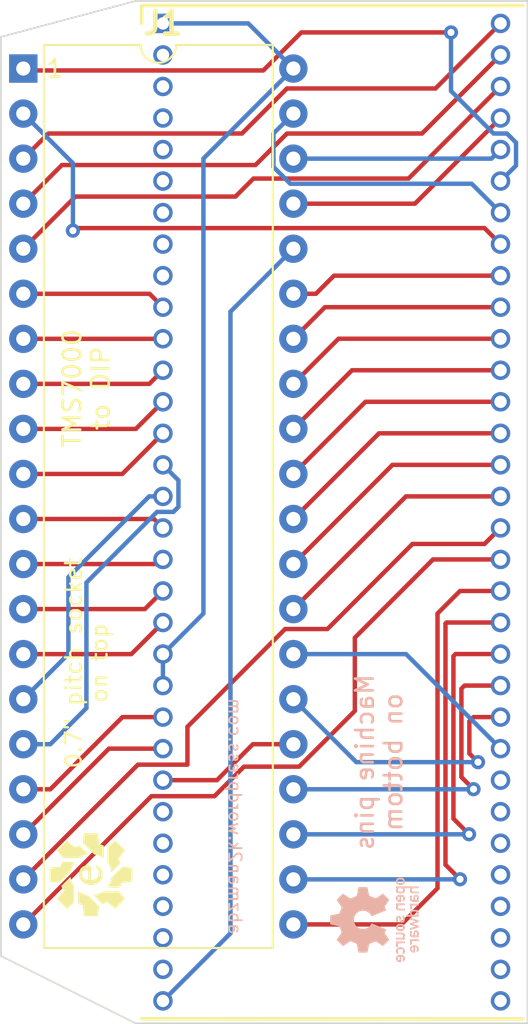
<source format=kicad_pcb>
(kicad_pcb (version 20211014) (generator pcbnew)
  (layers (0 "F.Cu" signal) (31 "B.Cu" signal) (34 "B.Paste" user) (35 "F.Paste" user) (36 "B.SilkS" user "B.Silkscreen") (37 "F.SilkS" user "F.Silkscreen") (38 "B.Mask" user) (39 "F.Mask" user) (44 "Edge.Cuts" user))
  (net 0 "")
  (net 1 "B5")
  (net 2 "B7")
  (net 3 "B0")
  (net 4 "B1")
  (net 5 "B2")
  (net 6 "A0")
  (net 7 "A1")
  (net 8 "A2")
  (net 9 "A3")
  (net 10 "A4")
  (net 11 "A7")
  (net 12 "{slash}INT3")
  (net 13 "{slash}INT1")
  (net 14 "{slash}RESET")
  (net 15 "A6")
  (net 16 "A5")
  (net 17 "XTAL2")
  (net 18 "XTAL1")
  (net 19 "D7")
  (net 20 "D6")
  (net 21 "D5")
  (net 22 "D4")
  (net 23 "D3")
  (net 24 "D2")
  (net 25 "Vcc")
  (net 26 "D1")
  (net 27 "D0")
  (net 28 "C0")
  (net 29 "C1")
  (net 30 "C2")
  (net 31 "C3")
  (net 32 "C4")
  (net 33 "C5")
  (net 34 "C6")
  (net 35 "C7")
  (net 36 "MC")
  (net 37 "B3")
  (net 38 "B4")
  (net 39 "B6")
  (net 40 "Vss")
  (net 41 "F0")
  (net 42 "F1")
  (net 43 "F2")
  (net 44 "F3")
  (net 45 "F4")
  (net 46 "F5")
  (net 47 "F6")
  (net 48 "F7")
  (net 49 "G0")
  (net 50 "G1")
  (net 51 "G2")
  (net 52 "G3")
  (net 53 "G4")
  (net 54 "G5")
  (net 55 "E0")
  (net 56 "E1")
  (net 57 "E2")
  (net 58 "E3")
  (net 59 "E4")
  (net 60 "E5")
  (net 61 "E6")
  (net 62 "E7")
  (footprint "Package_DIP:DIP-40_W15.24mm" (layer "F.Cu") (at 115.565 52.837)
    (fp_text reference "U1" hide)
    (fp_text value "DIP40 male pins")
    (pad "1" thru_hole rect locked (at 0 0) (size 1.6 1.6) (drill 0.8) (layers *.Cu *.Mask) (net 1 "B5"))
    (pad "2" thru_hole oval locked (at 0 2.54) (size 1.6 1.6) (drill 0.8) (layers *.Cu *.Mask) (net 2 "B7"))
    (pad "3" thru_hole oval locked (at 0 5.08) (size 1.6 1.6) (drill 0.8) (layers *.Cu *.Mask) (net 3 "B0"))
    (pad "4" thru_hole oval locked (at 0 7.62) (size 1.6 1.6) (drill 0.8) (layers *.Cu *.Mask) (net 4 "B1"))
    (pad "5" thru_hole oval locked (at 0 10.16) (size 1.6 1.6) (drill 0.8) (layers *.Cu *.Mask) (net 5 "B2"))
    (pad "6" thru_hole oval locked (at 0 12.7) (size 1.6 1.6) (drill 0.8) (layers *.Cu *.Mask) (net 6 "A0"))
    (pad "7" thru_hole oval locked (at 0 15.24) (size 1.6 1.6) (drill 0.8) (layers *.Cu *.Mask) (net 7 "A1"))
    (pad "8" thru_hole oval locked (at 0 17.78) (size 1.6 1.6) (drill 0.8) (layers *.Cu *.Mask) (net 8 "A2"))
    (pad "9" thru_hole oval locked (at 0 20.32) (size 1.6 1.6) (drill 0.8) (layers *.Cu *.Mask) (net 9 "A3"))
    (pad "10" thru_hole oval locked (at 0 22.86) (size 1.6 1.6) (drill 0.8) (layers *.Cu *.Mask) (net 10 "A4"))
    (pad "11" thru_hole oval locked (at 0 25.4) (size 1.6 1.6) (drill 0.8) (layers *.Cu *.Mask) (net 11 "A7"))
    (pad "12" thru_hole oval locked (at 0 27.94) (size 1.6 1.6) (drill 0.8) (layers *.Cu *.Mask) (net 12 "{slash}INT3"))
    (pad "13" thru_hole oval locked (at 0 30.48) (size 1.6 1.6) (drill 0.8) (layers *.Cu *.Mask) (net 13 "{slash}INT1"))
    (pad "14" thru_hole oval locked (at 0 33.02) (size 1.6 1.6) (drill 0.8) (layers *.Cu *.Mask) (net 14 "{slash}RESET"))
    (pad "15" thru_hole oval locked (at 0 35.56) (size 1.6 1.6) (drill 0.8) (layers *.Cu *.Mask) (net 15 "A6"))
    (pad "16" thru_hole oval locked (at 0 38.1) (size 1.6 1.6) (drill 0.8) (layers *.Cu *.Mask) (net 16 "A5"))
    (pad "17" thru_hole oval locked (at 0 40.64) (size 1.6 1.6) (drill 0.8) (layers *.Cu *.Mask) (net 17 "XTAL2"))
    (pad "18" thru_hole oval locked (at 0 43.18) (size 1.6 1.6) (drill 0.8) (layers *.Cu *.Mask) (net 18 "XTAL1"))
    (pad "19" thru_hole oval locked (at 0 45.72) (size 1.6 1.6) (drill 0.8) (layers *.Cu *.Mask) (net 19 "D7"))
    (pad "20" thru_hole oval locked (at 0 48.26) (size 1.6 1.6) (drill 0.8) (layers *.Cu *.Mask) (net 20 "D6"))
    (pad "21" thru_hole oval locked (at 15.24 48.26) (size 1.6 1.6) (drill 0.8) (layers *.Cu *.Mask) (net 21 "D5"))
    (pad "22" thru_hole oval locked (at 15.24 45.72) (size 1.6 1.6) (drill 0.8) (layers *.Cu *.Mask) (net 22 "D4"))
    (pad "23" thru_hole oval locked (at 15.24 43.18) (size 1.6 1.6) (drill 0.8) (layers *.Cu *.Mask) (net 23 "D3"))
    (pad "24" thru_hole oval locked (at 15.24 40.64) (size 1.6 1.6) (drill 0.8) (layers *.Cu *.Mask) (net 24 "D2"))
    (pad "25" thru_hole oval locked (at 15.24 38.1) (size 1.6 1.6) (drill 0.8) (layers *.Cu *.Mask) (net 25 "Vcc"))
    (pad "26" thru_hole oval locked (at 15.24 35.56) (size 1.6 1.6) (drill 0.8) (layers *.Cu *.Mask) (net 26 "D1"))
    (pad "27" thru_hole oval locked (at 15.24 33.02) (size 1.6 1.6) (drill 0.8) (layers *.Cu *.Mask) (net 27 "D0"))
    (pad "28" thru_hole oval locked (at 15.24 30.48) (size 1.6 1.6) (drill 0.8) (layers *.Cu *.Mask) (net 28 "C0"))
    (pad "29" thru_hole oval locked (at 15.24 27.94) (size 1.6 1.6) (drill 0.8) (layers *.Cu *.Mask) (net 29 "C1"))
    (pad "30" thru_hole oval locked (at 15.24 25.4) (size 1.6 1.6) (drill 0.8) (layers *.Cu *.Mask) (net 30 "C2"))
    (pad "31" thru_hole oval locked (at 15.24 22.86) (size 1.6 1.6) (drill 0.8) (layers *.Cu *.Mask) (net 31 "C3"))
    (pad "32" thru_hole oval locked (at 15.24 20.32) (size 1.6 1.6) (drill 0.8) (layers *.Cu *.Mask) (net 32 "C4"))
    (pad "33" thru_hole oval locked (at 15.24 17.78) (size 1.6 1.6) (drill 0.8) (layers *.Cu *.Mask) (net 33 "C5"))
    (pad "34" thru_hole oval locked (at 15.24 15.24) (size 1.6 1.6) (drill 0.8) (layers *.Cu *.Mask) (net 34 "C6"))
    (pad "35" thru_hole oval locked (at 15.24 12.7) (size 1.6 1.6) (drill 0.8) (layers *.Cu *.Mask) (net 35 "C7"))
    (pad "36" thru_hole oval locked (at 15.24 10.16) (size 1.6 1.6) (drill 0.8) (layers *.Cu *.Mask) (net 36 "MC"))
    (pad "37" thru_hole oval locked (at 15.24 7.62) (size 1.6 1.6) (drill 0.8) (layers *.Cu *.Mask) (net 37 "B3"))
    (pad "38" thru_hole oval locked (at 15.24 5.08) (size 1.6 1.6) (drill 0.8) (layers *.Cu *.Mask) (net 38 "B4"))
    (pad "39" thru_hole oval locked (at 15.24 2.54) (size 1.6 1.6) (drill 0.8) (layers *.Cu *.Mask) (net 39 "B6"))
    (pad "40" thru_hole oval locked (at 15.24 0) (size 1.6 1.6) (drill 0.8) (layers *.Cu *.Mask) (net 40 "Vss"))
  )
  (footprint "Evan's misc parts:DIP 64 1.78mm" (layer "F.Cu") (at 123.444 50.292)
    (fp_text reference "J1" (at 0 0) (layer "F.SilkS") (effects (font (size 1.27 1.27) (thickness 0.254))))
    (fp_text value "DIP64" hide)
    (pad "1" thru_hole rect (at 0 0) (size 1.1 1.1) (drill 0.7) (layers *.Cu *.Mask) (net 40 "Vss"))
    (pad "2" thru_hole circle (at 0 1.778) (size 1.1 1.1) (drill 0.7) (layers *.Cu *.Mask) (net 41 "F0"))
    (pad "3" thru_hole circle (at 0 3.556) (size 1.1 1.1) (drill 0.7) (layers *.Cu *.Mask) (net 42 "F1"))
    (pad "4" thru_hole circle (at 0 5.334) (size 1.1 1.1) (drill 0.7) (layers *.Cu *.Mask) (net 43 "F2"))
    (pad "5" thru_hole circle (at 0 7.112) (size 1.1 1.1) (drill 0.7) (layers *.Cu *.Mask) (net 44 "F3"))
    (pad "6" thru_hole circle (at 0 8.89) (size 1.1 1.1) (drill 0.7) (layers *.Cu *.Mask) (net 45 "F4"))
    (pad "7" thru_hole circle (at 0 10.668) (size 1.1 1.1) (drill 0.7) (layers *.Cu *.Mask) (net 46 "F5"))
    (pad "8" thru_hole circle (at 0 12.446) (size 1.1 1.1) (drill 0.7) (layers *.Cu *.Mask) (net 47 "F6"))
    (pad "9" thru_hole circle (at 0 14.224) (size 1.1 1.1) (drill 0.7) (layers *.Cu *.Mask) (net 48 "F7"))
    (pad "10" thru_hole circle (at 0 16.002) (size 1.1 1.1) (drill 0.7) (layers *.Cu *.Mask) (net 6 "A0"))
    (pad "11" thru_hole circle (at 0 17.78) (size 1.1 1.1) (drill 0.7) (layers *.Cu *.Mask) (net 7 "A1"))
    (pad "12" thru_hole circle (at 0 19.558) (size 1.1 1.1) (drill 0.7) (layers *.Cu *.Mask) (net 8 "A2"))
    (pad "13" thru_hole circle (at 0 21.336) (size 1.1 1.1) (drill 0.7) (layers *.Cu *.Mask) (net 9 "A3"))
    (pad "14" thru_hole circle (at 0 23.114) (size 1.1 1.1) (drill 0.7) (layers *.Cu *.Mask) (net 10 "A4"))
    (pad "15" thru_hole circle (at 0 24.892) (size 1.1 1.1) (drill 0.7) (layers *.Cu *.Mask) (net 16 "A5"))
    (pad "16" thru_hole circle (at 0 26.67) (size 1.1 1.1) (drill 0.7) (layers *.Cu *.Mask) (net 15 "A6"))
    (pad "17" thru_hole circle (at 0 28.448) (size 1.1 1.1) (drill 0.7) (layers *.Cu *.Mask) (net 11 "A7"))
    (pad "18" thru_hole circle (at 0 30.226) (size 1.1 1.1) (drill 0.7) (layers *.Cu *.Mask) (net 12 "{slash}INT3"))
    (pad "19" thru_hole circle (at 0 32.004) (size 1.1 1.1) (drill 0.7) (layers *.Cu *.Mask) (net 13 "{slash}INT1"))
    (pad "20" thru_hole circle (at 0 33.782) (size 1.1 1.1) (drill 0.7) (layers *.Cu *.Mask) (net 14 "{slash}RESET"))
    (pad "21" thru_hole circle (at 0 35.56) (size 1.1 1.1) (drill 0.7) (layers *.Cu *.Mask) (net 40 "Vss"))
    (pad "22" thru_hole circle (at 0 37.338) (size 1.1 1.1) (drill 0.7) (layers *.Cu *.Mask) (net 40 "Vss"))
    (pad "23" thru_hole circle (at 0 39.116) (size 1.1 1.1) (drill 0.7) (layers *.Cu *.Mask) (net 17 "XTAL2"))
    (pad "24" thru_hole circle (at 0 40.894) (size 1.1 1.1) (drill 0.7) (layers *.Cu *.Mask) (net 18 "XTAL1"))
    (pad "25" thru_hole circle (at 0 42.672) (size 1.1 1.1) (drill 0.7) (layers *.Cu *.Mask) (net 25 "Vcc"))
    (pad "26" thru_hole circle (at 0 44.45) (size 1.1 1.1) (drill 0.7) (layers *.Cu *.Mask) (net 49 "G0"))
    (pad "27" thru_hole circle (at 0 46.228) (size 1.1 1.1) (drill 0.7) (layers *.Cu *.Mask) (net 50 "G1"))
    (pad "28" thru_hole circle (at 0 48.006) (size 1.1 1.1) (drill 0.7) (layers *.Cu *.Mask) (net 51 "G2"))
    (pad "29" thru_hole circle (at 0 49.784) (size 1.1 1.1) (drill 0.7) (layers *.Cu *.Mask) (net 52 "G3"))
    (pad "30" thru_hole circle (at 0 51.562) (size 1.1 1.1) (drill 0.7) (layers *.Cu *.Mask) (net 53 "G4"))
    (pad "31" thru_hole circle (at 0 53.34) (size 1.1 1.1) (drill 0.7) (layers *.Cu *.Mask) (net 54 "G5"))
    (pad "32" thru_hole circle (at 0 55.118) (size 1.1 1.1) (drill 0.7) (layers *.Cu *.Mask) (net 36 "MC"))
    (pad "33" thru_hole circle (at 19.05 55.118) (size 1.1 1.1) (drill 0.7) (layers *.Cu *.Mask) (net 55 "E0"))
    (pad "34" thru_hole circle (at 19.05 53.34) (size 1.1 1.1) (drill 0.7) (layers *.Cu *.Mask) (net 56 "E1"))
    (pad "35" thru_hole circle (at 19.05 51.562) (size 1.1 1.1) (drill 0.7) (layers *.Cu *.Mask) (net 57 "E2"))
    (pad "36" thru_hole circle (at 19.05 49.784) (size 1.1 1.1) (drill 0.7) (layers *.Cu *.Mask) (net 58 "E3"))
    (pad "37" thru_hole circle (at 19.05 48.006) (size 1.1 1.1) (drill 0.7) (layers *.Cu *.Mask) (net 59 "E4"))
    (pad "38" thru_hole circle (at 19.05 46.228) (size 1.1 1.1) (drill 0.7) (layers *.Cu *.Mask) (net 60 "E5"))
    (pad "39" thru_hole circle (at 19.05 44.45) (size 1.1 1.1) (drill 0.7) (layers *.Cu *.Mask) (net 61 "E6"))
    (pad "40" thru_hole circle (at 19.05 42.672) (size 1.1 1.1) (drill 0.7) (layers *.Cu *.Mask) (net 62 "E7"))
    (pad "41" thru_hole circle (at 19.05 40.894) (size 1.1 1.1) (drill 0.7) (layers *.Cu *.Mask) (net 27 "D0"))
    (pad "42" thru_hole circle (at 19.05 39.116) (size 1.1 1.1) (drill 0.7) (layers *.Cu *.Mask) (net 26 "D1"))
    (pad "43" thru_hole circle (at 19.05 37.338) (size 1.1 1.1) (drill 0.7) (layers *.Cu *.Mask) (net 24 "D2"))
    (pad "44" thru_hole circle (at 19.05 35.56) (size 1.1 1.1) (drill 0.7) (layers *.Cu *.Mask) (net 23 "D3"))
    (pad "45" thru_hole circle (at 19.05 33.782) (size 1.1 1.1) (drill 0.7) (layers *.Cu *.Mask) (net 22 "D4"))
    (pad "46" thru_hole circle (at 19.05 32.004) (size 1.1 1.1) (drill 0.7) (layers *.Cu *.Mask) (net 21 "D5"))
    (pad "47" thru_hole circle (at 19.05 30.226) (size 1.1 1.1) (drill 0.7) (layers *.Cu *.Mask) (net 20 "D6"))
    (pad "48" thru_hole circle (at 19.05 28.448) (size 1.1 1.1) (drill 0.7) (layers *.Cu *.Mask) (net 19 "D7"))
    (pad "49" thru_hole circle (at 19.05 26.67) (size 1.1 1.1) (drill 0.7) (layers *.Cu *.Mask) (net 28 "C0"))
    (pad "50" thru_hole circle (at 19.05 24.892) (size 1.1 1.1) (drill 0.7) (layers *.Cu *.Mask) (net 29 "C1"))
    (pad "51" thru_hole circle (at 19.05 23.114) (size 1.1 1.1) (drill 0.7) (layers *.Cu *.Mask) (net 30 "C2"))
    (pad "52" thru_hole circle (at 19.05 21.336) (size 1.1 1.1) (drill 0.7) (layers *.Cu *.Mask) (net 31 "C3"))
    (pad "53" thru_hole circle (at 19.05 19.558) (size 1.1 1.1) (drill 0.7) (layers *.Cu *.Mask) (net 32 "C4"))
    (pad "54" thru_hole circle (at 19.05 17.78) (size 1.1 1.1) (drill 0.7) (layers *.Cu *.Mask) (net 33 "C5"))
    (pad "55" thru_hole circle (at 19.05 16.002) (size 1.1 1.1) (drill 0.7) (layers *.Cu *.Mask) (net 34 "C6"))
    (pad "56" thru_hole circle (at 19.05 14.224) (size 1.1 1.1) (drill 0.7) (layers *.Cu *.Mask) (net 35 "C7"))
    (pad "57" thru_hole circle (at 19.05 12.446) (size 1.1 1.1) (drill 0.7) (layers *.Cu *.Mask) (net 2 "B7"))
    (pad "58" thru_hole circle (at 19.05 10.668) (size 1.1 1.1) (drill 0.7) (layers *.Cu *.Mask) (net 39 "B6"))
    (pad "59" thru_hole circle (at 19.05 8.89) (size 1.1 1.1) (drill 0.7) (layers *.Cu *.Mask) (net 1 "B5"))
    (pad "60" thru_hole circle (at 19.05 7.112) (size 1.1 1.1) (drill 0.7) (layers *.Cu *.Mask) (net 38 "B4"))
    (pad "61" thru_hole circle (at 19.05 5.334) (size 1.1 1.1) (drill 0.7) (layers *.Cu *.Mask) (net 37 "B3"))
    (pad "62" thru_hole circle (at 19.05 3.556) (size 1.1 1.1) (drill 0.7) (layers *.Cu *.Mask) (net 5 "B2"))
    (pad "63" thru_hole circle (at 19.05 1.778) (size 1.1 1.1) (drill 0.7) (layers *.Cu *.Mask) (net 4 "B1"))
    (pad "64" thru_hole circle (at 19.05 0) (size 1.1 1.1) (drill 0.7) (layers *.Cu *.Mask) (net 3 "B0"))
  )
  (footprint "Evan's misc parts:Evan Logo" (layer "F.Cu") (at 119.38 98.298 90)
    (fp_text reference "G***" hide)
    (fp_text value "LOGO" hide)
  )
  (footprint "Evan's misc parts:OSHW gear" (layer "B.Cu") (at 135.382 100.838 -90)
    (fp_text reference "G***" hide)
    (fp_text value "LOGO" hide)
  )
  (gr_line (start 121.92 49.022) (end 144.018 49.022) (layer "Edge.Cuts") (width 0.1))
  (gr_line (start 114.3 102.87) (end 114.3 51.054) (layer "Edge.Cuts") (width 0.1))
  (gr_line (start 144.018 106.68) (end 121.92 106.68) (layer "Edge.Cuts") (width 0.1))
  (gr_line (start 114.3 51.054) (end 121.92 49.022) (layer "Edge.Cuts") (width 0.1))
  (gr_line (start 121.92 106.68) (end 114.3 102.87) (layer "Edge.Cuts") (width 0.1))
  (gr_line (start 144.018 49.022) (end 144.018 106.68) (layer "Edge.Cuts") (width 0.1))
  (gr_text "abzman2k.wordpress.com" (at 127.508 94.996 -90) (layer "B.SilkS") (effects (font (size 0.7 0.7) (thickness 0.1)) (justify mirror)))
  (gr_text "Machine pins\non bottom" (at 135.636 91.948 90) (layer "B.SilkS") (effects (font (size 1 1)) (justify mirror)))
  (gr_text "TMS7000\nto DIP" (at 119.126 70.866 90) (layer "F.SilkS") (effects (font (size 1 1))))
  (gr_text "0.7{dblquote} pitch socket\non top" (at 119.126 86.36 90) (layer "F.SilkS") (effects (font (size 0.9 0.9) (thickness 0.13))))
  (gr_text "1" (at 117.348 52.832) (layer "F.SilkS") (effects (font (size 1 1))))
  (segment (start 115.672511 52.944511) (end 129.107189 52.944511) (width 0.25) (layer "F.Cu") (net 1))
  (segment (start 129.107189 52.944511) (end 131.2517 50.8) (width 0.25) (layer "F.Cu") (net 1))
  (segment (start 131.2517 50.8) (end 139.7 50.8) (width 0.25) (layer "F.Cu") (net 1))
  (segment (start 115.565 52.837) (end 115.672511 52.944511) (width 0.25) (layer "F.Cu") (net 1))
  (via (at 139.7 50.8) (size 0.8) (drill 0.4) (layers "F.Cu" "B.Cu") (net 1))
  (segment (start 142.098511 56.500511) (end 139.7 54.102) (width 0.25) (layer "B.Cu") (net 1))
  (segment (start 139.7 54.102) (end 139.7 50.8) (width 0.25) (layer "B.Cu") (net 1))
  (segment (start 143.368511 58.307489) (end 143.368511 57.012787) (width 0.25) (layer "B.Cu") (net 1))
  (segment (start 142.494 59.182) (end 143.368511 58.307489) (width 0.25) (layer "B.Cu") (net 1))
  (segment (start 143.368511 57.012787) (end 142.856235 56.500511) (width 0.25) (layer "B.Cu") (net 1))
  (segment (start 142.856235 56.500511) (end 142.098511 56.500511) (width 0.25) (layer "B.Cu") (net 1))
  (segment (start 118.505489 61.834511) (end 118.364 61.976) (width 0.25) (layer "F.Cu") (net 2))
  (segment (start 142.494 62.738) (end 141.590511 61.834511) (width 0.25) (layer "F.Cu") (net 2))
  (segment (start 141.590511 61.834511) (end 118.505489 61.834511) (width 0.25) (layer "F.Cu") (net 2))
  (via (at 118.364 61.976) (size 0.8) (drill 0.4) (layers "F.Cu" "B.Cu") (net 2))
  (segment (start 118.364 61.976) (end 118.364 58.176) (width 0.25) (layer "B.Cu") (net 2))
  (segment (start 118.364 58.176) (end 115.565 55.377) (width 0.25) (layer "B.Cu") (net 2))
  (segment (start 138.824489 53.961511) (end 142.494 50.292) (width 0.25) (layer "F.Cu") (net 3))
  (segment (start 115.565 57.917) (end 116.981489 56.500511) (width 0.25) (layer "F.Cu") (net 3))
  (segment (start 127.903489 56.500511) (end 130.442489 53.961511) (width 0.25) (layer "F.Cu") (net 3))
  (segment (start 130.442489 53.961511) (end 138.824489 53.961511) (width 0.25) (layer "F.Cu") (net 3))
  (segment (start 116.981489 56.500511) (end 127.903489 56.500511) (width 0.25) (layer "F.Cu") (net 3))
  (segment (start 138.062489 56.501511) (end 142.494 52.07) (width 0.25) (layer "F.Cu") (net 4))
  (segment (start 130.442489 56.501511) (end 138.062489 56.501511) (width 0.25) (layer "F.Cu") (net 4))
  (segment (start 115.565 60.457) (end 117.743489 58.278511) (width 0.25) (layer "F.Cu") (net 4))
  (segment (start 117.743489 58.278511) (end 128.665489 58.278511) (width 0.25) (layer "F.Cu") (net 4))
  (segment (start 128.665489 58.278511) (end 130.442489 56.501511) (width 0.25) (layer "F.Cu") (net 4))
  (segment (start 137.300489 59.041511) (end 142.494 53.848) (width 0.25) (layer "F.Cu") (net 5))
  (segment (start 115.565 62.997) (end 118.505489 60.056511) (width 0.25) (layer "F.Cu") (net 5))
  (segment (start 128.550978 59.041511) (end 137.300489 59.041511) (width 0.25) (layer "F.Cu") (net 5))
  (segment (start 118.505489 60.056511) (end 127.535978 60.056511) (width 0.25) (layer "F.Cu") (net 5))
  (segment (start 127.535978 60.056511) (end 128.550978 59.041511) (width 0.25) (layer "F.Cu") (net 5))
  (segment (start 115.565 65.537) (end 122.687 65.537) (width 0.25) (layer "F.Cu") (net 6))
  (segment (start 122.687 65.537) (end 123.444 66.294) (width 0.25) (layer "F.Cu") (net 6))
  (segment (start 123.439 68.077) (end 123.444 68.072) (width 0.25) (layer "F.Cu") (net 7))
  (segment (start 115.565 68.077) (end 123.439 68.077) (width 0.25) (layer "F.Cu") (net 7))
  (segment (start 122.677 70.617) (end 123.444 69.85) (width 0.25) (layer "F.Cu") (net 8))
  (segment (start 115.565 70.617) (end 122.677 70.617) (width 0.25) (layer "F.Cu") (net 8))
  (segment (start 121.915 73.157) (end 123.444 71.628) (width 0.25) (layer "F.Cu") (net 9))
  (segment (start 115.565 73.157) (end 121.915 73.157) (width 0.25) (layer "F.Cu") (net 9))
  (segment (start 115.565 75.697) (end 121.153 75.697) (width 0.25) (layer "F.Cu") (net 10))
  (segment (start 121.153 75.697) (end 123.444 73.406) (width 0.25) (layer "F.Cu") (net 10))
  (segment (start 122.941 78.237) (end 123.444 78.74) (width 0.25) (layer "F.Cu") (net 11))
  (segment (start 115.565 78.237) (end 122.941 78.237) (width 0.25) (layer "F.Cu") (net 11))
  (segment (start 123.185 80.777) (end 123.444 80.518) (width 0.25) (layer "F.Cu") (net 12))
  (segment (start 115.565 80.777) (end 123.185 80.777) (width 0.25) (layer "F.Cu") (net 12))
  (segment (start 122.423 83.317) (end 123.444 82.296) (width 0.25) (layer "F.Cu") (net 13))
  (segment (start 115.565 83.317) (end 122.423 83.317) (width 0.25) (layer "F.Cu") (net 13))
  (segment (start 115.565 85.857) (end 121.661 85.857) (width 0.25) (layer "F.Cu") (net 14))
  (segment (start 121.661 85.857) (end 123.444 84.074) (width 0.25) (layer "F.Cu") (net 14))
  (segment (start 118.11 85.852) (end 118.11 81.518183) (width 0.25) (layer "B.Cu") (net 15))
  (segment (start 122.666183 76.962) (end 123.444 76.962) (width 0.25) (layer "B.Cu") (net 15))
  (segment (start 115.565 88.397) (end 118.11 85.852) (width 0.25) (layer "B.Cu") (net 15))
  (segment (start 118.11 81.518183) (end 122.666183 76.962) (width 0.25) (layer "B.Cu") (net 15))
  (segment (start 124.035533 77.836511) (end 123.110743 77.836511) (width 0.25) (layer "B.Cu") (net 16))
  (segment (start 124.318511 77.553533) (end 124.035533 77.836511) (width 0.25) (layer "B.Cu") (net 16))
  (segment (start 123.444 75.184) (end 124.318511 76.058511) (width 0.25) (layer "B.Cu") (net 16))
  (segment (start 124.318511 76.058511) (end 124.318511 77.553533) (width 0.25) (layer "B.Cu") (net 16))
  (segment (start 117.089 90.937) (end 115.565 90.937) (width 0.25) (layer "B.Cu") (net 16))
  (segment (start 119.126 88.9) (end 117.089 90.937) (width 0.25) (layer "B.Cu") (net 16))
  (segment (start 123.110743 77.836511) (end 119.126 81.821254) (width 0.25) (layer "B.Cu") (net 16))
  (segment (start 119.126 81.821254) (end 119.126 88.9) (width 0.25) (layer "B.Cu") (net 16))
  (segment (start 121.158 89.408) (end 117.089 93.477) (width 0.25) (layer "F.Cu") (net 17))
  (segment (start 115.565 93.477) (end 117.089 93.477) (width 0.25) (layer "F.Cu") (net 17))
  (segment (start 123.444 89.408) (end 121.158 89.408) (width 0.25) (layer "F.Cu") (net 17))
  (segment (start 120.396 91.186) (end 115.565 96.017) (width 0.25) (layer "F.Cu") (net 18))
  (segment (start 123.444 91.186) (end 120.396 91.186) (width 0.25) (layer "F.Cu") (net 18))
  (segment (start 124.826511 89.954211) (end 130.339211 84.441511) (width 0.25) (layer "F.Cu") (net 19))
  (segment (start 141.590511 79.643489) (end 142.494 78.74) (width 0.25) (layer "F.Cu") (net 19))
  (segment (start 130.339211 84.441511) (end 132.728489 84.441511) (width 0.25) (layer "F.Cu") (net 19))
  (segment (start 124.826511 92.089489) (end 124.826511 89.954211) (width 0.25) (layer "F.Cu") (net 19))
  (segment (start 115.565 98.557) (end 122.032511 92.089489) (width 0.25) (layer "F.Cu") (net 19))
  (segment (start 132.728489 84.441511) (end 137.526511 79.643489) (width 0.25) (layer "F.Cu") (net 19))
  (segment (start 122.032511 92.089489) (end 124.826511 92.089489) (width 0.25) (layer "F.Cu") (net 19))
  (segment (start 137.526511 79.643489) (end 141.590511 79.643489) (width 0.25) (layer "F.Cu") (net 19))
  (segment (start 131.1303 92.202) (end 128.016 92.202) (width 0.25) (layer "F.Cu") (net 20))
  (segment (start 138.684 80.518) (end 134.27215 84.92985) (width 0.25) (layer "F.Cu") (net 20))
  (segment (start 142.494 80.518) (end 138.684 80.518) (width 0.25) (layer "F.Cu") (net 20))
  (segment (start 122.794511 93.867489) (end 115.565 101.097) (width 0.25) (layer "F.Cu") (net 20))
  (segment (start 134.27215 84.92985) (end 134.27215 89.06015) (width 0.25) (layer "F.Cu") (net 20))
  (segment (start 126.350511 93.867489) (end 122.794511 93.867489) (width 0.25) (layer "F.Cu") (net 20))
  (segment (start 134.27215 89.06015) (end 131.1303 92.202) (width 0.25) (layer "F.Cu") (net 20))
  (segment (start 128.016 92.202) (end 126.350511 93.867489) (width 0.25) (layer "F.Cu") (net 20))
  (segment (start 138.938 83.566) (end 138.938 99.06) (width 0.25) (layer "F.Cu") (net 21))
  (segment (start 136.901 101.097) (end 130.805 101.097) (width 0.25) (layer "F.Cu") (net 21))
  (segment (start 138.938 99.06) (end 136.901 101.097) (width 0.25) (layer "F.Cu") (net 21))
  (segment (start 140.208 82.296) (end 138.938 83.566) (width 0.25) (layer "F.Cu") (net 21))
  (segment (start 142.494 82.296) (end 140.208 82.296) (width 0.25) (layer "F.Cu") (net 21))
  (segment (start 142.494 84.074) (end 139.446 84.074) (width 0.25) (layer "F.Cu") (net 22))
  (segment (start 139.446 84.074) (end 139.38752 84.13248) (width 0.25) (layer "F.Cu") (net 22))
  (segment (start 139.38752 97.73152) (end 140.208 98.552) (width 0.25) (layer "F.Cu") (net 22))
  (segment (start 139.38752 84.13248) (end 139.38752 97.73152) (width 0.25) (layer "F.Cu") (net 22))
  (via (at 140.208 98.552) (size 0.8) (drill 0.4) (layers "F.Cu" "B.Cu") (net 22))
  (segment (start 140.208 98.552) (end 140.203 98.557) (width 0.25) (layer "B.Cu") (net 22))
  (segment (start 140.203 98.557) (end 130.805 98.557) (width 0.25) (layer "B.Cu") (net 22))
  (segment (start 139.954 85.852) (end 139.83704 85.96896) (width 0.25) (layer "F.Cu") (net 23))
  (segment (start 139.83704 85.96896) (end 139.83704 95.13304) (width 0.25) (layer "F.Cu") (net 23))
  (segment (start 139.83704 95.13304) (end 140.716 96.012) (width 0.25) (layer "F.Cu") (net 23))
  (segment (start 142.494 85.852) (end 139.954 85.852) (width 0.25) (layer "F.Cu") (net 23))
  (via (at 140.716 96.012) (size 0.8) (drill 0.4) (layers "F.Cu" "B.Cu") (net 23))
  (segment (start 140.716 96.012) (end 140.711 96.017) (width 0.25) (layer "B.Cu") (net 23))
  (segment (start 140.711 96.017) (end 130.805 96.017) (width 0.25) (layer "B.Cu") (net 23))
  (segment (start 140.28656 87.80544) (end 140.28656 92.78856) (width 0.25) (layer "F.Cu") (net 24))
  (segment (start 142.494 87.63) (end 140.462 87.63) (width 0.25) (layer "F.Cu") (net 24))
  (segment (start 140.28656 92.78856) (end 140.97 93.472) (width 0.25) (layer "F.Cu") (net 24))
  (segment (start 140.462 87.63) (end 140.28656 87.80544) (width 0.25) (layer "F.Cu") (net 24))
  (via (at 140.97 93.472) (size 0.8) (drill 0.4) (layers "F.Cu" "B.Cu") (net 24))
  (segment (start 140.965 93.477) (end 130.805 93.477) (width 0.25) (layer "B.Cu") (net 24))
  (segment (start 140.97 93.472) (end 140.965 93.477) (width 0.25) (layer "B.Cu") (net 24))
  (segment (start 126.492 92.964) (end 128.519 90.937) (width 0.25) (layer "F.Cu") (net 25))
  (segment (start 123.444 92.964) (end 126.492 92.964) (width 0.25) (layer "F.Cu") (net 25))
  (segment (start 128.519 90.937) (end 130.805 90.937) (width 0.25) (layer "F.Cu") (net 25))
  (segment (start 140.97 89.408) (end 140.73608 89.64192) (width 0.25) (layer "F.Cu") (net 26))
  (segment (start 140.73608 89.64192) (end 140.73608 91.46008) (width 0.25) (layer "F.Cu") (net 26))
  (segment (start 140.73608 91.46008) (end 141.224 91.948) (width 0.25) (layer "F.Cu") (net 26))
  (segment (start 142.494 89.408) (end 140.97 89.408) (width 0.25) (layer "F.Cu") (net 26))
  (via (at 141.224 91.948) (size 0.8) (drill 0.4) (layers "F.Cu" "B.Cu") (net 26))
  (segment (start 141.224 91.948) (end 134.356 91.948) (width 0.25) (layer "B.Cu") (net 26))
  (segment (start 134.356 91.948) (end 130.805 88.397) (width 0.25) (layer "B.Cu") (net 26))
  (segment (start 142.494 91.186) (end 137.165 85.857) (width 0.25) (layer "B.Cu") (net 27))
  (segment (start 137.165 85.857) (end 130.805 85.857) (width 0.25) (layer "B.Cu") (net 27))
  (segment (start 137.16 76.962) (end 142.494 76.962) (width 0.25) (layer "F.Cu") (net 28))
  (segment (start 130.805 83.317) (end 137.16 76.962) (width 0.25) (layer "F.Cu") (net 28))
  (segment (start 136.398 75.184) (end 142.494 75.184) (width 0.25) (layer "F.Cu") (net 29))
  (segment (start 130.805 80.777) (end 136.398 75.184) (width 0.25) (layer "F.Cu") (net 29))
  (segment (start 130.805 78.237) (end 135.636 73.406) (width 0.25) (layer "F.Cu") (net 30))
  (segment (start 135.636 73.406) (end 142.494 73.406) (width 0.25) (layer "F.Cu") (net 30))
  (segment (start 134.874 71.628) (end 142.494 71.628) (width 0.25) (layer "F.Cu") (net 31))
  (segment (start 130.805 75.697) (end 134.874 71.628) (width 0.25) (layer "F.Cu") (net 31))
  (segment (start 134.112 69.85) (end 142.494 69.85) (width 0.25) (layer "F.Cu") (net 32))
  (segment (start 130.805 73.157) (end 134.112 69.85) (width 0.25) (layer "F.Cu") (net 32))
  (segment (start 130.805 70.617) (end 133.35 68.072) (width 0.25) (layer "F.Cu") (net 33))
  (segment (start 133.35 68.072) (end 142.494 68.072) (width 0.25) (layer "F.Cu") (net 33))
  (segment (start 132.588 66.294) (end 142.494 66.294) (width 0.25) (layer "F.Cu") (net 34))
  (segment (start 130.805 68.077) (end 132.588 66.294) (width 0.25) (layer "F.Cu") (net 34))
  (segment (start 142.494 64.516) (end 133.096 64.516) (width 0.25) (layer "F.Cu") (net 35))
  (segment (start 133.096 64.516) (end 132.075 65.537) (width 0.25) (layer "F.Cu") (net 35))
  (segment (start 132.075 65.537) (end 130.805 65.537) (width 0.25) (layer "F.Cu") (net 35))
  (segment (start 123.444 105.41) (end 127.254 101.6) (width 0.25) (layer "B.Cu") (net 36))
  (segment (start 127.254 66.548) (end 130.805 62.997) (width 0.25) (layer "B.Cu") (net 36))
  (segment (start 127.254 101.6) (end 127.254 66.548) (width 0.25) (layer "B.Cu") (net 36))
  (segment (start 130.805 60.457) (end 137.663 60.457) (width 0.25) (layer "F.Cu") (net 37))
  (segment (start 137.663 60.457) (end 142.494 55.626) (width 0.25) (layer "F.Cu") (net 37))
  (segment (start 130.805 57.917) (end 141.981 57.917) (width 0.25) (layer "B.Cu") (net 38))
  (segment (start 141.981 57.917) (end 142.494 57.404) (width 0.25) (layer "B.Cu") (net 38))
  (segment (start 130.805 55.377) (end 129.680489 56.501511) (width 0.25) (layer "B.Cu") (net 39))
  (segment (start 129.680489 58.382789) (end 130.630189 59.332489) (width 0.25) (layer "B.Cu") (net 39))
  (segment (start 140.866489 59.332489) (end 142.494 60.96) (width 0.25) (layer "B.Cu") (net 39))
  (segment (start 130.630189 59.332489) (end 140.866489 59.332489) (width 0.25) (layer "B.Cu") (net 39))
  (segment (start 129.680489 56.501511) (end 129.680489 58.382789) (width 0.25) (layer "B.Cu") (net 39))
  (segment (start 123.444 87.63) (end 123.444 85.852) (width 0.25) (layer "B.Cu") (net 40))
  (segment (start 123.444 50.292) (end 128.26 50.292) (width 0.25) (layer "B.Cu") (net 40))
  (segment (start 123.444 85.852) (end 125.73 83.566) (width 0.25) (layer "B.Cu") (net 40))
  (segment (start 128.26 50.292) (end 130.805 52.837) (width 0.25) (layer "B.Cu") (net 40))
  (segment (start 125.73 83.566) (end 125.73 57.912) (width 0.25) (layer "B.Cu") (net 40))
  (segment (start 125.73 57.912) (end 130.805 52.837) (width 0.25) (layer "B.Cu") (net 40))
)
</source>
